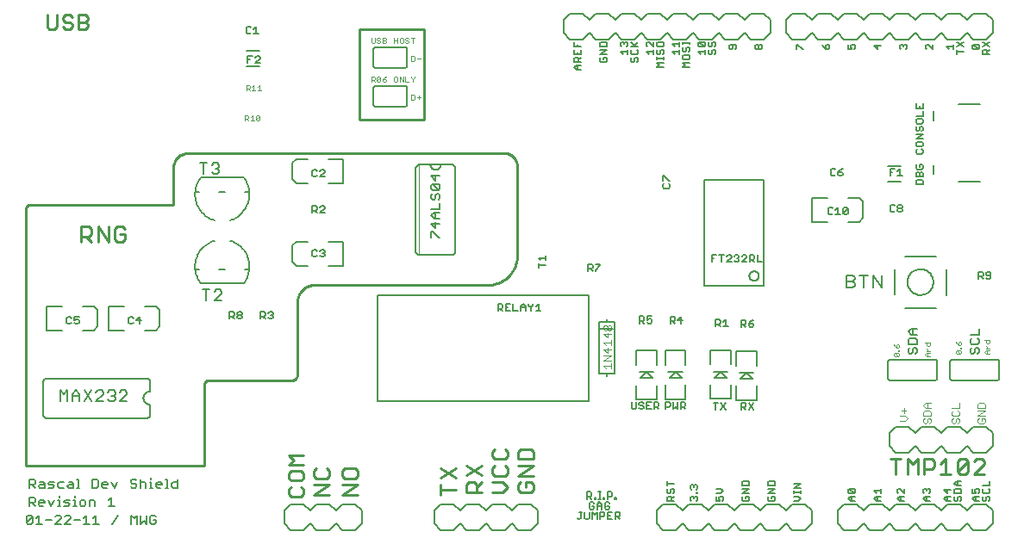
<source format=gto>
G75*
G70*
%OFA0B0*%
%FSLAX24Y24*%
%IPPOS*%
%LPD*%
%AMOC8*
5,1,8,0,0,1.08239X$1,22.5*
%
%ADD10C,0.0110*%
%ADD11C,0.0050*%
%ADD12C,0.0100*%
%ADD13C,0.0060*%
%ADD14C,0.0040*%
%ADD15C,0.0080*%
%ADD16C,0.0030*%
%ADD17C,0.0020*%
D10*
X011855Y002365D02*
X012446Y002759D01*
X011855Y002759D01*
X011954Y003010D02*
X012347Y003010D01*
X012446Y003108D01*
X012446Y003305D01*
X012347Y003403D01*
X011954Y003403D02*
X011855Y003305D01*
X011855Y003108D01*
X011954Y003010D01*
X011855Y002365D02*
X012446Y002365D01*
X012955Y002365D02*
X013546Y002759D01*
X012955Y002759D01*
X013054Y003010D02*
X013447Y003010D01*
X013546Y003108D01*
X013546Y003305D01*
X013447Y003403D01*
X013054Y003403D01*
X012955Y003305D01*
X012955Y003108D01*
X013054Y003010D01*
X012955Y002365D02*
X013546Y002365D01*
X016755Y002376D02*
X016755Y002770D01*
X016755Y002573D02*
X017346Y002573D01*
X017755Y002476D02*
X017755Y002771D01*
X017854Y002870D01*
X018051Y002870D01*
X018149Y002771D01*
X018149Y002476D01*
X018346Y002476D02*
X017755Y002476D01*
X018149Y002673D02*
X018346Y002870D01*
X018346Y003121D02*
X017755Y003514D01*
X017755Y003121D02*
X018346Y003514D01*
X018755Y003405D02*
X018755Y003208D01*
X018854Y003110D01*
X019247Y003110D01*
X019346Y003208D01*
X019346Y003405D01*
X019247Y003503D01*
X019247Y003754D02*
X019346Y003853D01*
X019346Y004049D01*
X019247Y004148D01*
X018854Y004148D02*
X018755Y004049D01*
X018755Y003853D01*
X018854Y003754D01*
X019247Y003754D01*
X018854Y003503D02*
X018755Y003405D01*
X018755Y002859D02*
X019149Y002859D01*
X019346Y002662D01*
X019149Y002465D01*
X018755Y002465D01*
X019755Y002563D02*
X019854Y002465D01*
X020247Y002465D01*
X020346Y002563D01*
X020346Y002760D01*
X020247Y002859D01*
X020051Y002859D01*
X020051Y002662D01*
X019854Y002859D02*
X019755Y002760D01*
X019755Y002563D01*
X019755Y003110D02*
X020346Y003503D01*
X019755Y003503D01*
X019755Y003754D02*
X019755Y004049D01*
X019854Y004148D01*
X020247Y004148D01*
X020346Y004049D01*
X020346Y003754D01*
X019755Y003754D01*
X019755Y003110D02*
X020346Y003110D01*
X017346Y003021D02*
X016755Y003414D01*
X016755Y003021D02*
X017346Y003414D01*
X004539Y012263D02*
X004440Y012165D01*
X004243Y012165D01*
X004145Y012263D01*
X004145Y012657D01*
X004243Y012756D01*
X004440Y012756D01*
X004539Y012657D01*
X004539Y012460D02*
X004342Y012460D01*
X004539Y012460D02*
X004539Y012263D01*
X003894Y012165D02*
X003894Y012756D01*
X003500Y012756D02*
X003894Y012165D01*
X003500Y012165D02*
X003500Y012756D01*
X003249Y012657D02*
X003249Y012460D01*
X003151Y012362D01*
X002856Y012362D01*
X003053Y012362D02*
X003249Y012165D01*
X002856Y012165D02*
X002856Y012756D01*
X003151Y012756D01*
X003249Y012657D01*
X034156Y003756D02*
X034549Y003756D01*
X034353Y003756D02*
X034353Y003165D01*
X034800Y003165D02*
X034800Y003756D01*
X034997Y003559D01*
X035194Y003756D01*
X035194Y003165D01*
X035445Y003165D02*
X035445Y003756D01*
X035740Y003756D01*
X035839Y003657D01*
X035839Y003460D01*
X035740Y003362D01*
X035445Y003362D01*
X036089Y003559D02*
X036286Y003756D01*
X036286Y003165D01*
X036089Y003165D02*
X036483Y003165D01*
X036734Y003263D02*
X037128Y003657D01*
X037128Y003263D01*
X037029Y003165D01*
X036832Y003165D01*
X036734Y003263D01*
X036734Y003657D01*
X036832Y003756D01*
X037029Y003756D01*
X037128Y003657D01*
X037378Y003657D02*
X037477Y003756D01*
X037674Y003756D01*
X037772Y003657D01*
X037772Y003559D01*
X037378Y003165D01*
X037772Y003165D01*
D11*
X037976Y002904D02*
X037976Y002724D01*
X037706Y002724D01*
X037751Y002610D02*
X037706Y002565D01*
X037706Y002475D01*
X037751Y002430D01*
X037931Y002430D01*
X037976Y002475D01*
X037976Y002565D01*
X037931Y002610D01*
X037931Y002315D02*
X037976Y002270D01*
X037976Y002180D01*
X037931Y002135D01*
X037841Y002180D02*
X037841Y002270D01*
X037886Y002315D01*
X037931Y002315D01*
X037841Y002180D02*
X037796Y002135D01*
X037751Y002135D01*
X037706Y002180D01*
X037706Y002270D01*
X037751Y002315D01*
X037576Y002315D02*
X037396Y002315D01*
X037306Y002225D01*
X037396Y002135D01*
X037576Y002135D01*
X037441Y002135D02*
X037441Y002315D01*
X037441Y002430D02*
X037396Y002520D01*
X037396Y002565D01*
X037441Y002610D01*
X037531Y002610D01*
X037576Y002565D01*
X037576Y002475D01*
X037531Y002430D01*
X037441Y002430D02*
X037306Y002430D01*
X037306Y002610D01*
X036876Y002565D02*
X036831Y002610D01*
X036651Y002610D01*
X036606Y002565D01*
X036606Y002430D01*
X036876Y002430D01*
X036876Y002565D01*
X036876Y002724D02*
X036696Y002724D01*
X036606Y002814D01*
X036696Y002904D01*
X036876Y002904D01*
X036741Y002904D02*
X036741Y002724D01*
X036476Y002565D02*
X036206Y002565D01*
X036341Y002430D01*
X036341Y002610D01*
X036341Y002315D02*
X036341Y002135D01*
X036296Y002135D02*
X036206Y002225D01*
X036296Y002315D01*
X036476Y002315D01*
X036606Y002270D02*
X036606Y002180D01*
X036651Y002135D01*
X036696Y002135D01*
X036741Y002180D01*
X036741Y002270D01*
X036786Y002315D01*
X036831Y002315D01*
X036876Y002270D01*
X036876Y002180D01*
X036831Y002135D01*
X036651Y002315D02*
X036606Y002270D01*
X036476Y002135D02*
X036296Y002135D01*
X035676Y002135D02*
X035496Y002135D01*
X035406Y002225D01*
X035496Y002315D01*
X035676Y002315D01*
X035631Y002430D02*
X035676Y002475D01*
X035676Y002565D01*
X035631Y002610D01*
X035586Y002610D01*
X035541Y002565D01*
X035541Y002520D01*
X035541Y002565D02*
X035496Y002610D01*
X035451Y002610D01*
X035406Y002565D01*
X035406Y002475D01*
X035451Y002430D01*
X035541Y002315D02*
X035541Y002135D01*
X034676Y002135D02*
X034496Y002135D01*
X034406Y002225D01*
X034496Y002315D01*
X034676Y002315D01*
X034676Y002430D02*
X034496Y002610D01*
X034451Y002610D01*
X034406Y002565D01*
X034406Y002475D01*
X034451Y002430D01*
X034541Y002315D02*
X034541Y002135D01*
X034676Y002430D02*
X034676Y002610D01*
X033776Y002610D02*
X033776Y002430D01*
X033776Y002520D02*
X033506Y002520D01*
X033596Y002430D01*
X033596Y002315D02*
X033776Y002315D01*
X033641Y002315D02*
X033641Y002135D01*
X033596Y002135D02*
X033506Y002225D01*
X033596Y002315D01*
X033596Y002135D02*
X033776Y002135D01*
X032776Y002135D02*
X032596Y002135D01*
X032506Y002225D01*
X032596Y002315D01*
X032776Y002315D01*
X032731Y002430D02*
X032551Y002610D01*
X032731Y002610D01*
X032776Y002565D01*
X032776Y002475D01*
X032731Y002430D01*
X032551Y002430D01*
X032506Y002475D01*
X032506Y002565D01*
X032551Y002610D01*
X032641Y002315D02*
X032641Y002135D01*
X030676Y002225D02*
X030586Y002135D01*
X030406Y002135D01*
X030406Y002315D02*
X030586Y002315D01*
X030676Y002225D01*
X030676Y002430D02*
X030676Y002520D01*
X030676Y002475D02*
X030406Y002475D01*
X030406Y002430D02*
X030406Y002520D01*
X030406Y002626D02*
X030676Y002806D01*
X030406Y002806D01*
X030406Y002626D02*
X030676Y002626D01*
X029676Y002610D02*
X029406Y002610D01*
X029406Y002724D02*
X029406Y002859D01*
X029451Y002904D01*
X029631Y002904D01*
X029676Y002859D01*
X029676Y002724D01*
X029406Y002724D01*
X029676Y002610D02*
X029406Y002430D01*
X029676Y002430D01*
X029631Y002315D02*
X029541Y002315D01*
X029541Y002225D01*
X029631Y002135D02*
X029676Y002180D01*
X029676Y002270D01*
X029631Y002315D01*
X029631Y002135D02*
X029451Y002135D01*
X029406Y002180D01*
X029406Y002270D01*
X029451Y002315D01*
X028676Y002270D02*
X028676Y002180D01*
X028631Y002135D01*
X028451Y002135D01*
X028406Y002180D01*
X028406Y002270D01*
X028451Y002315D01*
X028541Y002315D02*
X028541Y002225D01*
X028541Y002315D02*
X028631Y002315D01*
X028676Y002270D01*
X028676Y002430D02*
X028406Y002430D01*
X028676Y002610D01*
X028406Y002610D01*
X028406Y002724D02*
X028406Y002859D01*
X028451Y002904D01*
X028631Y002904D01*
X028676Y002859D01*
X028676Y002724D01*
X028406Y002724D01*
X027676Y002520D02*
X027586Y002610D01*
X027406Y002610D01*
X027406Y002430D02*
X027586Y002430D01*
X027676Y002520D01*
X027631Y002315D02*
X027676Y002270D01*
X027676Y002180D01*
X027631Y002135D01*
X027541Y002135D02*
X027496Y002225D01*
X027496Y002270D01*
X027541Y002315D01*
X027631Y002315D01*
X027541Y002135D02*
X027406Y002135D01*
X027406Y002315D01*
X026676Y002270D02*
X026676Y002180D01*
X026631Y002135D01*
X026541Y002225D02*
X026541Y002270D01*
X026586Y002315D01*
X026631Y002315D01*
X026676Y002270D01*
X026541Y002270D02*
X026496Y002315D01*
X026451Y002315D01*
X026406Y002270D01*
X026406Y002180D01*
X026451Y002135D01*
X025776Y002135D02*
X025506Y002135D01*
X025506Y002270D01*
X025551Y002315D01*
X025641Y002315D01*
X025686Y002270D01*
X025686Y002135D01*
X025686Y002225D02*
X025776Y002315D01*
X025731Y002430D02*
X025776Y002475D01*
X025776Y002565D01*
X025731Y002610D01*
X025686Y002610D01*
X025641Y002565D01*
X025641Y002475D01*
X025596Y002430D01*
X025551Y002430D01*
X025506Y002475D01*
X025506Y002565D01*
X025551Y002610D01*
X025506Y002724D02*
X025506Y002904D01*
X025506Y002814D02*
X025776Y002814D01*
X026406Y002712D02*
X026406Y002622D01*
X026451Y002577D01*
X026541Y002667D02*
X026541Y002712D01*
X026586Y002757D01*
X026631Y002757D01*
X026676Y002712D01*
X026676Y002622D01*
X026631Y002577D01*
X026631Y002475D02*
X026676Y002475D01*
X026676Y002430D01*
X026631Y002430D01*
X026631Y002475D01*
X026541Y002712D02*
X026496Y002757D01*
X026451Y002757D01*
X026406Y002712D01*
X023679Y001660D02*
X023679Y001570D01*
X023634Y001525D01*
X023499Y001525D01*
X023499Y001435D02*
X023499Y001705D01*
X023634Y001705D01*
X023679Y001660D01*
X023589Y001525D02*
X023679Y001435D01*
X023384Y001435D02*
X023204Y001435D01*
X023204Y001705D01*
X023384Y001705D01*
X023294Y001570D02*
X023204Y001570D01*
X023090Y001570D02*
X023045Y001525D01*
X022910Y001525D01*
X022910Y001435D02*
X022910Y001705D01*
X023045Y001705D01*
X023090Y001660D01*
X023090Y001570D01*
X023140Y001815D02*
X023230Y001815D01*
X023275Y001860D01*
X023275Y001950D01*
X023185Y001950D01*
X023095Y001860D02*
X023140Y001815D01*
X023095Y001860D02*
X023095Y002040D01*
X023140Y002085D01*
X023230Y002085D01*
X023275Y002040D01*
X023191Y002215D02*
X023191Y002485D01*
X023327Y002485D01*
X023372Y002440D01*
X023372Y002350D01*
X023327Y002305D01*
X023191Y002305D01*
X023089Y002260D02*
X023089Y002215D01*
X023044Y002215D01*
X023044Y002260D01*
X023089Y002260D01*
X022938Y002215D02*
X022848Y002215D01*
X022893Y002215D02*
X022893Y002485D01*
X022848Y002485D02*
X022938Y002485D01*
X022745Y002260D02*
X022745Y002215D01*
X022700Y002215D01*
X022700Y002260D01*
X022745Y002260D01*
X022586Y002215D02*
X022496Y002305D01*
X022541Y002305D02*
X022406Y002305D01*
X022406Y002215D02*
X022406Y002485D01*
X022541Y002485D01*
X022586Y002440D01*
X022586Y002350D01*
X022541Y002305D01*
X022551Y002085D02*
X022506Y002040D01*
X022506Y001860D01*
X022551Y001815D01*
X022641Y001815D01*
X022686Y001860D01*
X022686Y001950D01*
X022596Y001950D01*
X022686Y002040D02*
X022641Y002085D01*
X022551Y002085D01*
X022800Y001995D02*
X022890Y002085D01*
X022981Y001995D01*
X022981Y001815D01*
X022981Y001950D02*
X022800Y001950D01*
X022800Y001995D02*
X022800Y001815D01*
X022795Y001705D02*
X022795Y001435D01*
X022615Y001435D02*
X022615Y001705D01*
X022705Y001615D01*
X022795Y001705D01*
X022501Y001705D02*
X022501Y001480D01*
X022456Y001435D01*
X022365Y001435D01*
X022320Y001480D01*
X022320Y001705D01*
X022206Y001705D02*
X022116Y001705D01*
X022161Y001705D02*
X022161Y001480D01*
X022116Y001435D01*
X022071Y001435D01*
X022026Y001480D01*
X023486Y002215D02*
X023531Y002215D01*
X023531Y002260D01*
X023486Y002260D01*
X023486Y002215D01*
X024171Y005685D02*
X024261Y005685D01*
X024306Y005730D01*
X024306Y005955D01*
X024420Y005910D02*
X024420Y005865D01*
X024465Y005820D01*
X024556Y005820D01*
X024601Y005775D01*
X024601Y005730D01*
X024556Y005685D01*
X024465Y005685D01*
X024420Y005730D01*
X024420Y005910D02*
X024465Y005955D01*
X024556Y005955D01*
X024601Y005910D01*
X024715Y005955D02*
X024715Y005685D01*
X024895Y005685D01*
X025010Y005685D02*
X025010Y005955D01*
X025145Y005955D01*
X025190Y005910D01*
X025190Y005820D01*
X025145Y005775D01*
X025010Y005775D01*
X025100Y005775D02*
X025190Y005685D01*
X025446Y005685D02*
X025446Y005955D01*
X025581Y005955D01*
X025626Y005910D01*
X025626Y005820D01*
X025581Y005775D01*
X025446Y005775D01*
X025740Y005685D02*
X025830Y005775D01*
X025921Y005685D01*
X025921Y005955D01*
X026035Y005955D02*
X026170Y005955D01*
X026215Y005910D01*
X026215Y005820D01*
X026170Y005775D01*
X026035Y005775D01*
X026035Y005685D02*
X026035Y005955D01*
X026125Y005775D02*
X026215Y005685D01*
X025740Y005685D02*
X025740Y005955D01*
X024895Y005955D02*
X024715Y005955D01*
X024715Y005820D02*
X024805Y005820D01*
X024171Y005685D02*
X024126Y005730D01*
X024126Y005955D01*
X022474Y006009D02*
X014305Y006009D01*
X014305Y010103D01*
X022474Y010103D01*
X022474Y006009D01*
X027296Y005935D02*
X027476Y005935D01*
X027386Y005935D02*
X027386Y005665D01*
X027590Y005665D02*
X027771Y005935D01*
X027590Y005935D02*
X027771Y005665D01*
X028366Y005675D02*
X028366Y005945D01*
X028501Y005945D01*
X028546Y005900D01*
X028546Y005810D01*
X028501Y005765D01*
X028366Y005765D01*
X028456Y005765D02*
X028546Y005675D01*
X028660Y005675D02*
X028841Y005945D01*
X028660Y005945D02*
X028841Y005675D01*
X028796Y008875D02*
X028841Y008920D01*
X028841Y008965D01*
X028796Y009010D01*
X028660Y009010D01*
X028660Y008920D01*
X028705Y008875D01*
X028796Y008875D01*
X028660Y009010D02*
X028750Y009100D01*
X028841Y009145D01*
X028546Y009100D02*
X028546Y009010D01*
X028501Y008965D01*
X028366Y008965D01*
X028456Y008965D02*
X028546Y008875D01*
X028366Y008875D02*
X028366Y009145D01*
X028501Y009145D01*
X028546Y009100D01*
X027861Y008885D02*
X027680Y008885D01*
X027770Y008885D02*
X027770Y009155D01*
X027680Y009065D01*
X027566Y009020D02*
X027521Y008975D01*
X027386Y008975D01*
X027476Y008975D02*
X027566Y008885D01*
X027566Y009020D02*
X027566Y009110D01*
X027521Y009155D01*
X027386Y009155D01*
X027386Y008885D01*
X026101Y009140D02*
X025920Y009140D01*
X026056Y009275D01*
X026056Y009005D01*
X025806Y009005D02*
X025716Y009095D01*
X025761Y009095D02*
X025626Y009095D01*
X025626Y009005D02*
X025626Y009275D01*
X025761Y009275D01*
X025806Y009230D01*
X025806Y009140D01*
X025761Y009095D01*
X024911Y009060D02*
X024866Y009015D01*
X024776Y009015D01*
X024731Y009060D01*
X024731Y009150D02*
X024821Y009195D01*
X024866Y009195D01*
X024911Y009150D01*
X024911Y009060D01*
X024731Y009150D02*
X024731Y009285D01*
X024911Y009285D01*
X024617Y009240D02*
X024617Y009150D01*
X024572Y009105D01*
X024436Y009105D01*
X024436Y009015D02*
X024436Y009285D01*
X024572Y009285D01*
X024617Y009240D01*
X024527Y009105D02*
X024617Y009015D01*
X022740Y011035D02*
X022740Y011080D01*
X022921Y011260D01*
X022921Y011305D01*
X022740Y011305D01*
X022626Y011260D02*
X022626Y011170D01*
X022581Y011125D01*
X022446Y011125D01*
X022536Y011125D02*
X022626Y011035D01*
X022446Y011035D02*
X022446Y011305D01*
X022581Y011305D01*
X022626Y011260D01*
X020796Y011256D02*
X020526Y011256D01*
X020526Y011166D02*
X020526Y011346D01*
X020616Y011460D02*
X020526Y011550D01*
X020796Y011550D01*
X020796Y011460D02*
X020796Y011641D01*
X020529Y009755D02*
X020439Y009665D01*
X020324Y009710D02*
X020324Y009755D01*
X020324Y009710D02*
X020234Y009620D01*
X020234Y009485D01*
X020234Y009620D02*
X020144Y009710D01*
X020144Y009755D01*
X020030Y009665D02*
X020030Y009485D01*
X020030Y009620D02*
X019850Y009620D01*
X019850Y009665D02*
X019850Y009485D01*
X019735Y009485D02*
X019555Y009485D01*
X019555Y009755D01*
X019441Y009755D02*
X019260Y009755D01*
X019260Y009485D01*
X019441Y009485D01*
X019350Y009620D02*
X019260Y009620D01*
X019146Y009620D02*
X019146Y009710D01*
X019101Y009755D01*
X018966Y009755D01*
X018966Y009485D01*
X018966Y009575D02*
X019101Y009575D01*
X019146Y009620D01*
X019056Y009575D02*
X019146Y009485D01*
X019850Y009665D02*
X019940Y009755D01*
X020030Y009665D01*
X020439Y009485D02*
X020619Y009485D01*
X020529Y009485D02*
X020529Y009755D01*
X027226Y011385D02*
X027226Y011655D01*
X027406Y011655D01*
X027520Y011655D02*
X027701Y011655D01*
X027610Y011655D02*
X027610Y011385D01*
X027815Y011385D02*
X027995Y011565D01*
X027995Y011610D01*
X027950Y011655D01*
X027860Y011655D01*
X027815Y011610D01*
X027815Y011385D02*
X027995Y011385D01*
X028110Y011430D02*
X028155Y011385D01*
X028245Y011385D01*
X028290Y011430D01*
X028290Y011475D01*
X028245Y011520D01*
X028200Y011520D01*
X028245Y011520D02*
X028290Y011565D01*
X028290Y011610D01*
X028245Y011655D01*
X028155Y011655D01*
X028110Y011610D01*
X028404Y011610D02*
X028449Y011655D01*
X028539Y011655D01*
X028584Y011610D01*
X028584Y011565D01*
X028404Y011385D01*
X028584Y011385D01*
X028699Y011385D02*
X028699Y011655D01*
X028834Y011655D01*
X028879Y011610D01*
X028879Y011520D01*
X028834Y011475D01*
X028699Y011475D01*
X028789Y011475D02*
X028879Y011385D01*
X028994Y011385D02*
X029174Y011385D01*
X028994Y011385D02*
X028994Y011655D01*
X027316Y011520D02*
X027226Y011520D01*
X031726Y013280D02*
X031771Y013235D01*
X031861Y013235D01*
X031906Y013280D01*
X032020Y013235D02*
X032201Y013235D01*
X032110Y013235D02*
X032110Y013505D01*
X032020Y013415D01*
X031906Y013460D02*
X031861Y013505D01*
X031771Y013505D01*
X031726Y013460D01*
X031726Y013280D01*
X032315Y013280D02*
X032315Y013460D01*
X032360Y013505D01*
X032450Y013505D01*
X032495Y013460D01*
X032315Y013280D01*
X032360Y013235D01*
X032450Y013235D01*
X032495Y013280D01*
X032495Y013460D01*
X034126Y013380D02*
X034171Y013335D01*
X034261Y013335D01*
X034306Y013380D01*
X034420Y013380D02*
X034420Y013425D01*
X034465Y013470D01*
X034556Y013470D01*
X034601Y013425D01*
X034601Y013380D01*
X034556Y013335D01*
X034465Y013335D01*
X034420Y013380D01*
X034465Y013470D02*
X034420Y013515D01*
X034420Y013560D01*
X034465Y013605D01*
X034556Y013605D01*
X034601Y013560D01*
X034601Y013515D01*
X034556Y013470D01*
X034306Y013560D02*
X034261Y013605D01*
X034171Y013605D01*
X034126Y013560D01*
X034126Y013380D01*
X035126Y014394D02*
X035126Y014529D01*
X035171Y014574D01*
X035351Y014574D01*
X035396Y014529D01*
X035396Y014394D01*
X035126Y014394D01*
X035126Y014689D02*
X035126Y014824D01*
X035171Y014869D01*
X035216Y014869D01*
X035261Y014824D01*
X035261Y014689D01*
X035261Y014824D02*
X035306Y014869D01*
X035351Y014869D01*
X035396Y014824D01*
X035396Y014689D01*
X035126Y014689D01*
X035171Y014983D02*
X035351Y014983D01*
X035396Y015028D01*
X035396Y015118D01*
X035351Y015163D01*
X035261Y015163D01*
X035261Y015073D01*
X035171Y014983D02*
X035126Y015028D01*
X035126Y015118D01*
X035171Y015163D01*
X034510Y015005D02*
X034510Y014735D01*
X034420Y014735D02*
X034601Y014735D01*
X034420Y014915D02*
X034510Y015005D01*
X034306Y015005D02*
X034126Y015005D01*
X034126Y014735D01*
X034126Y014870D02*
X034216Y014870D01*
X035126Y015618D02*
X035171Y015573D01*
X035351Y015573D01*
X035396Y015618D01*
X035396Y015708D01*
X035351Y015753D01*
X035351Y015867D02*
X035171Y015867D01*
X035126Y015912D01*
X035126Y016002D01*
X035171Y016047D01*
X035351Y016047D01*
X035396Y016002D01*
X035396Y015912D01*
X035351Y015867D01*
X035171Y015753D02*
X035126Y015708D01*
X035126Y015618D01*
X035126Y016162D02*
X035396Y016342D01*
X035126Y016342D01*
X035171Y016456D02*
X035216Y016456D01*
X035261Y016501D01*
X035261Y016592D01*
X035306Y016637D01*
X035351Y016637D01*
X035396Y016592D01*
X035396Y016501D01*
X035351Y016456D01*
X035171Y016456D02*
X035126Y016501D01*
X035126Y016592D01*
X035171Y016637D01*
X035171Y016751D02*
X035351Y016751D01*
X035396Y016796D01*
X035396Y016886D01*
X035351Y016931D01*
X035171Y016931D01*
X035126Y016886D01*
X035126Y016796D01*
X035171Y016751D01*
X035126Y017046D02*
X035396Y017046D01*
X035396Y017226D01*
X035396Y017340D02*
X035126Y017340D01*
X035126Y017521D01*
X035261Y017430D02*
X035261Y017340D01*
X035396Y017340D02*
X035396Y017521D01*
X035396Y016162D02*
X035126Y016162D01*
X032301Y015005D02*
X032210Y014960D01*
X032120Y014870D01*
X032256Y014870D01*
X032301Y014825D01*
X032301Y014780D01*
X032256Y014735D01*
X032165Y014735D01*
X032120Y014780D01*
X032120Y014870D01*
X032006Y014780D02*
X031961Y014735D01*
X031871Y014735D01*
X031826Y014780D01*
X031826Y014960D01*
X031871Y015005D01*
X031961Y015005D01*
X032006Y014960D01*
X025606Y014540D02*
X025561Y014540D01*
X025381Y014721D01*
X025336Y014721D01*
X025336Y014540D01*
X025381Y014426D02*
X025336Y014381D01*
X025336Y014291D01*
X025381Y014246D01*
X025561Y014246D01*
X025606Y014291D01*
X025606Y014381D01*
X025561Y014426D01*
X025376Y018935D02*
X025106Y018935D01*
X025196Y019025D01*
X025106Y019115D01*
X025376Y019115D01*
X025376Y019230D02*
X025376Y019320D01*
X025376Y019275D02*
X025106Y019275D01*
X025106Y019230D02*
X025106Y019320D01*
X025151Y019426D02*
X025196Y019426D01*
X025241Y019471D01*
X025241Y019561D01*
X025286Y019606D01*
X025331Y019606D01*
X025376Y019561D01*
X025376Y019471D01*
X025331Y019426D01*
X025151Y019426D02*
X025106Y019471D01*
X025106Y019561D01*
X025151Y019606D01*
X025151Y019721D02*
X025331Y019721D01*
X025376Y019766D01*
X025376Y019856D01*
X025331Y019901D01*
X025151Y019901D01*
X025106Y019856D01*
X025106Y019766D01*
X025151Y019721D01*
X024976Y019730D02*
X024796Y019910D01*
X024751Y019910D01*
X024706Y019865D01*
X024706Y019775D01*
X024751Y019730D01*
X024706Y019525D02*
X024976Y019525D01*
X024976Y019435D02*
X024976Y019615D01*
X024976Y019730D02*
X024976Y019910D01*
X024706Y019525D02*
X024796Y019435D01*
X024376Y019475D02*
X024376Y019565D01*
X024331Y019610D01*
X024376Y019724D02*
X024106Y019724D01*
X024151Y019610D02*
X024106Y019565D01*
X024106Y019475D01*
X024151Y019430D01*
X024331Y019430D01*
X024376Y019475D01*
X024331Y019315D02*
X024376Y019270D01*
X024376Y019180D01*
X024331Y019135D01*
X024241Y019180D02*
X024241Y019270D01*
X024286Y019315D01*
X024331Y019315D01*
X024241Y019180D02*
X024196Y019135D01*
X024151Y019135D01*
X024106Y019180D01*
X024106Y019270D01*
X024151Y019315D01*
X023976Y019435D02*
X023976Y019615D01*
X023976Y019525D02*
X023706Y019525D01*
X023796Y019435D01*
X023751Y019730D02*
X023706Y019775D01*
X023706Y019865D01*
X023751Y019910D01*
X023796Y019910D01*
X023841Y019865D01*
X023886Y019910D01*
X023931Y019910D01*
X023976Y019865D01*
X023976Y019775D01*
X023931Y019730D01*
X023841Y019820D02*
X023841Y019865D01*
X024106Y019904D02*
X024286Y019724D01*
X024241Y019769D02*
X024376Y019904D01*
X023176Y019859D02*
X023131Y019904D01*
X022951Y019904D01*
X022906Y019859D01*
X022906Y019724D01*
X023176Y019724D01*
X023176Y019859D01*
X023176Y019610D02*
X022906Y019610D01*
X022906Y019430D02*
X023176Y019610D01*
X023176Y019430D02*
X022906Y019430D01*
X022951Y019315D02*
X022906Y019270D01*
X022906Y019180D01*
X022951Y019135D01*
X023131Y019135D01*
X023176Y019180D01*
X023176Y019270D01*
X023131Y019315D01*
X023041Y019315D01*
X023041Y019225D01*
X022176Y019310D02*
X022086Y019220D01*
X022086Y019265D02*
X022086Y019130D01*
X022176Y019130D02*
X021906Y019130D01*
X021906Y019265D01*
X021951Y019310D01*
X022041Y019310D01*
X022086Y019265D01*
X022041Y019424D02*
X022041Y019514D01*
X021906Y019424D02*
X022176Y019424D01*
X022176Y019604D01*
X022176Y019719D02*
X021906Y019719D01*
X021906Y019899D01*
X022041Y019809D02*
X022041Y019719D01*
X021906Y019604D02*
X021906Y019424D01*
X021996Y019015D02*
X022176Y019015D01*
X022041Y019015D02*
X022041Y018835D01*
X021996Y018835D02*
X021906Y018925D01*
X021996Y019015D01*
X021996Y018835D02*
X022176Y018835D01*
X025706Y019525D02*
X025796Y019435D01*
X025706Y019525D02*
X025976Y019525D01*
X025976Y019435D02*
X025976Y019615D01*
X025976Y019730D02*
X025976Y019910D01*
X025976Y019820D02*
X025706Y019820D01*
X025796Y019730D01*
X026106Y019659D02*
X026106Y019569D01*
X026151Y019524D01*
X026196Y019524D01*
X026241Y019569D01*
X026241Y019659D01*
X026286Y019704D01*
X026331Y019704D01*
X026376Y019659D01*
X026376Y019569D01*
X026331Y019524D01*
X026331Y019410D02*
X026151Y019410D01*
X026106Y019365D01*
X026106Y019275D01*
X026151Y019230D01*
X026331Y019230D01*
X026376Y019275D01*
X026376Y019365D01*
X026331Y019410D01*
X026376Y019115D02*
X026106Y019115D01*
X026196Y019025D01*
X026106Y018935D01*
X026376Y018935D01*
X026796Y019435D02*
X026706Y019525D01*
X026976Y019525D01*
X026976Y019435D02*
X026976Y019615D01*
X026931Y019730D02*
X026751Y019910D01*
X026931Y019910D01*
X026976Y019865D01*
X026976Y019775D01*
X026931Y019730D01*
X026751Y019730D01*
X026706Y019775D01*
X026706Y019865D01*
X026751Y019910D01*
X027106Y019865D02*
X027106Y019775D01*
X027151Y019730D01*
X027196Y019730D01*
X027241Y019775D01*
X027241Y019865D01*
X027286Y019910D01*
X027331Y019910D01*
X027376Y019865D01*
X027376Y019775D01*
X027331Y019730D01*
X027331Y019615D02*
X027376Y019570D01*
X027376Y019480D01*
X027331Y019435D01*
X027241Y019480D02*
X027241Y019570D01*
X027286Y019615D01*
X027331Y019615D01*
X027241Y019480D02*
X027196Y019435D01*
X027151Y019435D01*
X027106Y019480D01*
X027106Y019570D01*
X027151Y019615D01*
X027106Y019865D02*
X027151Y019910D01*
X027906Y019770D02*
X027906Y019680D01*
X027951Y019635D01*
X027996Y019635D01*
X028041Y019680D01*
X028041Y019815D01*
X028131Y019815D02*
X027951Y019815D01*
X027906Y019770D01*
X028131Y019815D02*
X028176Y019770D01*
X028176Y019680D01*
X028131Y019635D01*
X028906Y019680D02*
X028906Y019770D01*
X028951Y019815D01*
X028996Y019815D01*
X029041Y019770D01*
X029041Y019680D01*
X028996Y019635D01*
X028951Y019635D01*
X028906Y019680D01*
X029041Y019680D02*
X029086Y019635D01*
X029131Y019635D01*
X029176Y019680D01*
X029176Y019770D01*
X029131Y019815D01*
X029086Y019815D01*
X029041Y019770D01*
X030506Y019815D02*
X030506Y019635D01*
X030506Y019815D02*
X030551Y019815D01*
X030731Y019635D01*
X030776Y019635D01*
X031506Y019815D02*
X031551Y019725D01*
X031641Y019635D01*
X031641Y019770D01*
X031686Y019815D01*
X031731Y019815D01*
X031776Y019770D01*
X031776Y019680D01*
X031731Y019635D01*
X031641Y019635D01*
X032506Y019635D02*
X032641Y019635D01*
X032596Y019725D01*
X032596Y019770D01*
X032641Y019815D01*
X032731Y019815D01*
X032776Y019770D01*
X032776Y019680D01*
X032731Y019635D01*
X032506Y019635D02*
X032506Y019815D01*
X033506Y019770D02*
X033641Y019635D01*
X033641Y019815D01*
X033776Y019770D02*
X033506Y019770D01*
X034506Y019770D02*
X034506Y019680D01*
X034551Y019635D01*
X034641Y019725D02*
X034641Y019770D01*
X034686Y019815D01*
X034731Y019815D01*
X034776Y019770D01*
X034776Y019680D01*
X034731Y019635D01*
X034641Y019770D02*
X034596Y019815D01*
X034551Y019815D01*
X034506Y019770D01*
X035506Y019770D02*
X035506Y019680D01*
X035551Y019635D01*
X035506Y019770D02*
X035551Y019815D01*
X035596Y019815D01*
X035776Y019635D01*
X035776Y019815D01*
X036306Y019725D02*
X036396Y019635D01*
X036306Y019725D02*
X036576Y019725D01*
X036576Y019635D02*
X036576Y019815D01*
X036706Y019730D02*
X036976Y019910D01*
X036976Y019730D02*
X036706Y019910D01*
X036706Y019615D02*
X036706Y019435D01*
X036706Y019525D02*
X036976Y019525D01*
X037306Y019680D02*
X037306Y019770D01*
X037351Y019815D01*
X037531Y019635D01*
X037576Y019680D01*
X037576Y019770D01*
X037531Y019815D01*
X037351Y019815D01*
X037306Y019680D02*
X037351Y019635D01*
X037531Y019635D01*
X037706Y019570D02*
X037706Y019435D01*
X037976Y019435D01*
X037886Y019435D02*
X037886Y019570D01*
X037841Y019615D01*
X037751Y019615D01*
X037706Y019570D01*
X037706Y019730D02*
X037976Y019910D01*
X037976Y019730D02*
X037706Y019910D01*
X037976Y019615D02*
X037886Y019525D01*
X026376Y019819D02*
X026376Y019909D01*
X026376Y019864D02*
X026106Y019864D01*
X026106Y019819D02*
X026106Y019909D01*
X026151Y019704D02*
X026106Y019659D01*
X012261Y014910D02*
X012261Y014865D01*
X012080Y014685D01*
X012261Y014685D01*
X012261Y014910D02*
X012216Y014955D01*
X012125Y014955D01*
X012080Y014910D01*
X011966Y014910D02*
X011921Y014955D01*
X011831Y014955D01*
X011786Y014910D01*
X011786Y014730D01*
X011831Y014685D01*
X011921Y014685D01*
X011966Y014730D01*
X011921Y013555D02*
X011966Y013510D01*
X011966Y013420D01*
X011921Y013375D01*
X011786Y013375D01*
X011876Y013375D02*
X011966Y013285D01*
X012080Y013285D02*
X012261Y013465D01*
X012261Y013510D01*
X012216Y013555D01*
X012125Y013555D01*
X012080Y013510D01*
X011921Y013555D02*
X011786Y013555D01*
X011786Y013285D01*
X012080Y013285D02*
X012261Y013285D01*
X012216Y011855D02*
X012261Y011810D01*
X012261Y011765D01*
X012216Y011720D01*
X012261Y011675D01*
X012261Y011630D01*
X012216Y011585D01*
X012125Y011585D01*
X012080Y011630D01*
X011966Y011630D02*
X011921Y011585D01*
X011831Y011585D01*
X011786Y011630D01*
X011786Y011810D01*
X011831Y011855D01*
X011921Y011855D01*
X011966Y011810D01*
X012080Y011810D02*
X012125Y011855D01*
X012216Y011855D01*
X012216Y011720D02*
X012170Y011720D01*
X009346Y011110D02*
X009188Y011110D01*
X009125Y010560D02*
X007476Y010560D01*
X007414Y011110D02*
X007256Y011110D01*
X008188Y011110D02*
X008414Y011110D01*
X007476Y010560D02*
X007441Y010608D01*
X007408Y010658D01*
X007377Y010710D01*
X007350Y010764D01*
X007326Y010819D01*
X007306Y010876D01*
X007288Y010933D01*
X007274Y010991D01*
X007263Y011050D01*
X007256Y011110D01*
X008611Y012213D02*
X008671Y012193D01*
X008730Y012169D01*
X008787Y012141D01*
X008842Y012110D01*
X008896Y012075D01*
X008947Y012038D01*
X008996Y011997D01*
X009042Y011953D01*
X009086Y011907D01*
X009127Y011858D01*
X009165Y011807D01*
X009199Y011754D01*
X009231Y011698D01*
X009258Y011641D01*
X009283Y011582D01*
X009303Y011522D01*
X009321Y011461D01*
X009334Y011399D01*
X009343Y011336D01*
X009349Y011273D01*
X009351Y011209D01*
X009349Y011145D01*
X009343Y011082D01*
X009334Y011019D01*
X009320Y010957D01*
X009303Y010896D01*
X009282Y010836D01*
X009258Y010777D01*
X009230Y010720D01*
X009198Y010664D01*
X009163Y010611D01*
X009126Y010560D01*
X007256Y011110D02*
X007252Y011172D01*
X007251Y011235D01*
X007255Y011297D01*
X007262Y011359D01*
X007272Y011420D01*
X007287Y011481D01*
X007305Y011541D01*
X007326Y011600D01*
X007351Y011657D01*
X007379Y011712D01*
X007410Y011766D01*
X007445Y011818D01*
X007483Y011868D01*
X007523Y011915D01*
X007567Y011960D01*
X007612Y012003D01*
X007661Y012042D01*
X007711Y012079D01*
X007764Y012112D01*
X007818Y012143D01*
X007875Y012170D01*
X007932Y012193D01*
X007991Y012213D01*
X007991Y013007D02*
X007931Y013027D01*
X007872Y013051D01*
X007815Y013079D01*
X007760Y013110D01*
X007706Y013145D01*
X007655Y013182D01*
X007606Y013223D01*
X007560Y013267D01*
X007516Y013313D01*
X007475Y013362D01*
X007437Y013413D01*
X007403Y013466D01*
X007371Y013522D01*
X007344Y013579D01*
X007319Y013638D01*
X007299Y013698D01*
X007281Y013759D01*
X007268Y013821D01*
X007259Y013884D01*
X007253Y013947D01*
X007251Y014011D01*
X007253Y014075D01*
X007259Y014138D01*
X007268Y014201D01*
X007282Y014263D01*
X007299Y014324D01*
X007320Y014384D01*
X007344Y014443D01*
X007372Y014500D01*
X007404Y014556D01*
X007439Y014609D01*
X007476Y014660D01*
X009125Y014660D01*
X009188Y014110D02*
X009346Y014110D01*
X008414Y014110D02*
X008188Y014110D01*
X009126Y014660D02*
X009161Y014612D01*
X009194Y014562D01*
X009225Y014510D01*
X009252Y014456D01*
X009276Y014401D01*
X009296Y014344D01*
X009314Y014287D01*
X009328Y014229D01*
X009339Y014170D01*
X009346Y014110D01*
X009350Y014048D01*
X009351Y013985D01*
X009347Y013923D01*
X009340Y013861D01*
X009330Y013800D01*
X009315Y013739D01*
X009297Y013679D01*
X009276Y013620D01*
X009251Y013563D01*
X009223Y013508D01*
X009192Y013454D01*
X009157Y013402D01*
X009119Y013352D01*
X009079Y013305D01*
X009035Y013260D01*
X008990Y013217D01*
X008941Y013178D01*
X008891Y013141D01*
X008838Y013108D01*
X008784Y013077D01*
X008727Y013050D01*
X008670Y013027D01*
X008611Y013007D01*
X007414Y014110D02*
X007256Y014110D01*
X008586Y009455D02*
X008721Y009455D01*
X008766Y009410D01*
X008766Y009320D01*
X008721Y009275D01*
X008586Y009275D01*
X008676Y009275D02*
X008766Y009185D01*
X008880Y009230D02*
X008880Y009275D01*
X008925Y009320D01*
X009016Y009320D01*
X009061Y009275D01*
X009061Y009230D01*
X009016Y009185D01*
X008925Y009185D01*
X008880Y009230D01*
X008925Y009320D02*
X008880Y009365D01*
X008880Y009410D01*
X008925Y009455D01*
X009016Y009455D01*
X009061Y009410D01*
X009061Y009365D01*
X009016Y009320D01*
X008586Y009185D02*
X008586Y009455D01*
X009786Y009455D02*
X009786Y009185D01*
X009786Y009275D02*
X009921Y009275D01*
X009966Y009320D01*
X009966Y009410D01*
X009921Y009455D01*
X009786Y009455D01*
X009876Y009275D02*
X009966Y009185D01*
X010080Y009230D02*
X010125Y009185D01*
X010216Y009185D01*
X010261Y009230D01*
X010261Y009275D01*
X010216Y009320D01*
X010170Y009320D01*
X010216Y009320D02*
X010261Y009365D01*
X010261Y009410D01*
X010216Y009455D01*
X010125Y009455D01*
X010080Y009410D01*
X005161Y009120D02*
X004980Y009120D01*
X005116Y009255D01*
X005116Y008985D01*
X004866Y009030D02*
X004821Y008985D01*
X004731Y008985D01*
X004686Y009030D01*
X004686Y009210D01*
X004731Y009255D01*
X004821Y009255D01*
X004866Y009210D01*
X002761Y009255D02*
X002580Y009255D01*
X002580Y009120D01*
X002670Y009165D01*
X002716Y009165D01*
X002761Y009120D01*
X002761Y009030D01*
X002716Y008985D01*
X002625Y008985D01*
X002580Y009030D01*
X002466Y009030D02*
X002421Y008985D01*
X002331Y008985D01*
X002286Y009030D01*
X002286Y009210D01*
X002331Y009255D01*
X002421Y009255D01*
X002466Y009210D01*
X009286Y019085D02*
X009286Y019355D01*
X009466Y019355D01*
X009580Y019310D02*
X009625Y019355D01*
X009716Y019355D01*
X009761Y019310D01*
X009761Y019265D01*
X009580Y019085D01*
X009761Y019085D01*
X009376Y019220D02*
X009286Y019220D01*
X009271Y020235D02*
X009361Y020235D01*
X009406Y020280D01*
X009520Y020235D02*
X009701Y020235D01*
X009610Y020235D02*
X009610Y020505D01*
X009520Y020415D01*
X009406Y020460D02*
X009361Y020505D01*
X009271Y020505D01*
X009226Y020460D01*
X009226Y020280D01*
X009271Y020235D01*
X037546Y011005D02*
X037546Y010735D01*
X037546Y010825D02*
X037681Y010825D01*
X037726Y010870D01*
X037726Y010960D01*
X037681Y011005D01*
X037546Y011005D01*
X037636Y010825D02*
X037726Y010735D01*
X037840Y010780D02*
X037885Y010735D01*
X037976Y010735D01*
X038021Y010780D01*
X038021Y010960D01*
X037976Y011005D01*
X037885Y011005D01*
X037840Y010960D01*
X037840Y010915D01*
X037885Y010870D01*
X038021Y010870D01*
D12*
X019701Y011610D02*
X019701Y015110D01*
X019699Y015154D01*
X019693Y015197D01*
X019684Y015239D01*
X019671Y015281D01*
X019654Y015321D01*
X019634Y015360D01*
X019611Y015397D01*
X019584Y015431D01*
X019555Y015464D01*
X019522Y015493D01*
X019488Y015520D01*
X019451Y015543D01*
X019412Y015563D01*
X019372Y015580D01*
X019330Y015593D01*
X019288Y015602D01*
X019245Y015608D01*
X019201Y015610D01*
X007001Y015610D01*
X006954Y015608D01*
X006907Y015603D01*
X006861Y015593D01*
X006816Y015581D01*
X006771Y015564D01*
X006729Y015545D01*
X006688Y015522D01*
X006648Y015495D01*
X006611Y015466D01*
X006577Y015434D01*
X006545Y015400D01*
X006516Y015363D01*
X006489Y015323D01*
X006466Y015282D01*
X006447Y015240D01*
X006430Y015195D01*
X006418Y015150D01*
X006408Y015104D01*
X006403Y015057D01*
X006401Y015010D01*
X006401Y013610D01*
X000801Y013610D01*
X000701Y013510D01*
X000701Y003510D01*
X007601Y003510D01*
X007601Y006710D01*
X007701Y006810D01*
X011001Y006810D01*
X011027Y006812D01*
X011053Y006817D01*
X011078Y006825D01*
X011101Y006837D01*
X011123Y006851D01*
X011142Y006869D01*
X011160Y006888D01*
X011174Y006910D01*
X011186Y006933D01*
X011194Y006958D01*
X011199Y006984D01*
X011201Y007010D01*
X011201Y009810D01*
X011203Y009860D01*
X011208Y009910D01*
X011217Y009959D01*
X011229Y010007D01*
X011245Y010055D01*
X011264Y010101D01*
X011287Y010145D01*
X011312Y010188D01*
X011341Y010229D01*
X011372Y010268D01*
X011406Y010305D01*
X011443Y010339D01*
X011482Y010370D01*
X011523Y010399D01*
X011566Y010424D01*
X011610Y010447D01*
X011656Y010466D01*
X011704Y010482D01*
X011752Y010494D01*
X011801Y010503D01*
X011851Y010508D01*
X011901Y010510D01*
X018601Y010510D01*
X018665Y010512D01*
X018729Y010517D01*
X018792Y010527D01*
X018855Y010540D01*
X018916Y010556D01*
X018977Y010576D01*
X019037Y010600D01*
X019095Y010627D01*
X019151Y010657D01*
X019205Y010691D01*
X019258Y010728D01*
X019308Y010767D01*
X019356Y010810D01*
X019401Y010855D01*
X019444Y010903D01*
X019483Y010953D01*
X019520Y011006D01*
X019554Y011060D01*
X019584Y011116D01*
X019611Y011174D01*
X019635Y011234D01*
X019655Y011295D01*
X019671Y011356D01*
X019684Y011419D01*
X019694Y011482D01*
X019699Y011546D01*
X019701Y011610D01*
X016101Y016910D02*
X013601Y016910D01*
X013601Y020410D01*
X016101Y020410D01*
X016101Y016910D01*
X003117Y020493D02*
X003023Y020400D01*
X002743Y020400D01*
X002743Y020961D01*
X003023Y020961D01*
X003117Y020867D01*
X003117Y020774D01*
X003023Y020680D01*
X002743Y020680D01*
X002509Y020587D02*
X002509Y020493D01*
X002416Y020400D01*
X002229Y020400D01*
X002135Y020493D01*
X002229Y020680D02*
X002416Y020680D01*
X002509Y020587D01*
X002509Y020867D02*
X002416Y020961D01*
X002229Y020961D01*
X002135Y020867D01*
X002135Y020774D01*
X002229Y020680D01*
X001901Y020493D02*
X001901Y020961D01*
X001528Y020961D02*
X001528Y020493D01*
X001621Y020400D01*
X001808Y020400D01*
X001901Y020493D01*
X003023Y020680D02*
X003117Y020587D01*
X003117Y020493D01*
X010890Y003899D02*
X011451Y003899D01*
X011451Y003526D02*
X010890Y003526D01*
X011077Y003712D01*
X010890Y003899D01*
X010984Y003291D02*
X010890Y003198D01*
X010890Y003011D01*
X010984Y002918D01*
X011357Y002918D01*
X011451Y003011D01*
X011451Y003198D01*
X011357Y003291D01*
X010984Y003291D01*
X010984Y002684D02*
X010890Y002590D01*
X010890Y002403D01*
X010984Y002310D01*
X011357Y002310D01*
X011451Y002403D01*
X011451Y002590D01*
X011357Y002684D01*
D13*
X000787Y001240D02*
X000731Y001297D01*
X000958Y001524D01*
X000958Y001297D01*
X000901Y001240D01*
X000787Y001240D01*
X000731Y001297D02*
X000731Y001524D01*
X000787Y001580D01*
X000901Y001580D01*
X000958Y001524D01*
X001099Y001467D02*
X001213Y001580D01*
X001213Y001240D01*
X001326Y001240D02*
X001099Y001240D01*
X001467Y001410D02*
X001694Y001410D01*
X001836Y001524D02*
X001892Y001580D01*
X002006Y001580D01*
X002063Y001524D01*
X002063Y001467D01*
X001836Y001240D01*
X002063Y001240D01*
X002204Y001240D02*
X002431Y001467D01*
X002431Y001524D01*
X002374Y001580D01*
X002261Y001580D01*
X002204Y001524D01*
X002204Y001240D02*
X002431Y001240D01*
X002572Y001410D02*
X002799Y001410D01*
X002941Y001467D02*
X003054Y001580D01*
X003054Y001240D01*
X002941Y001240D02*
X003167Y001240D01*
X003309Y001240D02*
X003536Y001240D01*
X003422Y001240D02*
X003422Y001580D01*
X003309Y001467D01*
X003390Y001940D02*
X003390Y002110D01*
X003333Y002167D01*
X003163Y002167D01*
X003163Y001940D01*
X003022Y001997D02*
X002965Y001940D01*
X002852Y001940D01*
X002795Y001997D01*
X002795Y002110D01*
X002852Y002167D01*
X002965Y002167D01*
X003022Y002110D01*
X003022Y001997D01*
X002663Y001940D02*
X002550Y001940D01*
X002606Y001940D02*
X002606Y002167D01*
X002550Y002167D01*
X002606Y002280D02*
X002606Y002337D01*
X002408Y002167D02*
X002238Y002167D01*
X002181Y002110D01*
X002238Y002054D01*
X002351Y002054D01*
X002408Y001997D01*
X002351Y001940D01*
X002181Y001940D01*
X002049Y001940D02*
X001936Y001940D01*
X001992Y001940D02*
X001992Y002167D01*
X001936Y002167D01*
X001992Y002280D02*
X001992Y002337D01*
X001794Y002167D02*
X001681Y001940D01*
X001567Y002167D01*
X001426Y002110D02*
X001426Y002054D01*
X001199Y002054D01*
X001199Y002110D02*
X001256Y002167D01*
X001369Y002167D01*
X001426Y002110D01*
X001369Y001940D02*
X001256Y001940D01*
X001199Y001997D01*
X001199Y002110D01*
X001058Y002110D02*
X001001Y002054D01*
X000831Y002054D01*
X000944Y002054D02*
X001058Y001940D01*
X001058Y002110D02*
X001058Y002224D01*
X001001Y002280D01*
X000831Y002280D01*
X000831Y001940D01*
X000831Y002640D02*
X000831Y002980D01*
X001001Y002980D01*
X001058Y002924D01*
X001058Y002810D01*
X001001Y002754D01*
X000831Y002754D01*
X000944Y002754D02*
X001058Y002640D01*
X001199Y002697D02*
X001256Y002754D01*
X001426Y002754D01*
X001426Y002810D02*
X001426Y002640D01*
X001256Y002640D01*
X001199Y002697D01*
X001256Y002867D02*
X001369Y002867D01*
X001426Y002810D01*
X001567Y002810D02*
X001624Y002867D01*
X001794Y002867D01*
X001738Y002754D02*
X001624Y002754D01*
X001567Y002810D01*
X001567Y002640D02*
X001738Y002640D01*
X001794Y002697D01*
X001738Y002754D01*
X001936Y002810D02*
X001936Y002697D01*
X001992Y002640D01*
X002163Y002640D01*
X002304Y002697D02*
X002361Y002754D01*
X002531Y002754D01*
X002531Y002810D02*
X002531Y002640D01*
X002361Y002640D01*
X002304Y002697D01*
X002361Y002867D02*
X002474Y002867D01*
X002531Y002810D01*
X002672Y002640D02*
X002786Y002640D01*
X002729Y002640D02*
X002729Y002980D01*
X002672Y002980D01*
X002163Y002867D02*
X001992Y002867D01*
X001936Y002810D01*
X003286Y002640D02*
X003456Y002640D01*
X003513Y002697D01*
X003513Y002924D01*
X003456Y002980D01*
X003286Y002980D01*
X003286Y002640D01*
X003654Y002697D02*
X003654Y002810D01*
X003711Y002867D01*
X003825Y002867D01*
X003881Y002810D01*
X003881Y002754D01*
X003654Y002754D01*
X003654Y002697D02*
X003711Y002640D01*
X003825Y002640D01*
X004023Y002867D02*
X004136Y002640D01*
X004250Y002867D01*
X004759Y002867D02*
X004816Y002810D01*
X004929Y002810D01*
X004986Y002754D01*
X004986Y002697D01*
X004929Y002640D01*
X004816Y002640D01*
X004759Y002697D01*
X004759Y002867D02*
X004759Y002924D01*
X004816Y002980D01*
X004929Y002980D01*
X004986Y002924D01*
X005128Y002980D02*
X005128Y002640D01*
X005128Y002810D02*
X005184Y002867D01*
X005298Y002867D01*
X005355Y002810D01*
X005355Y002640D01*
X005496Y002640D02*
X005609Y002640D01*
X005553Y002640D02*
X005553Y002867D01*
X005496Y002867D01*
X005553Y002980D02*
X005553Y003037D01*
X005741Y002810D02*
X005798Y002867D01*
X005912Y002867D01*
X005968Y002810D01*
X005968Y002754D01*
X005741Y002754D01*
X005741Y002810D02*
X005741Y002697D01*
X005798Y002640D01*
X005912Y002640D01*
X006110Y002640D02*
X006223Y002640D01*
X006166Y002640D02*
X006166Y002980D01*
X006110Y002980D01*
X006355Y002810D02*
X006412Y002867D01*
X006582Y002867D01*
X006582Y002980D02*
X006582Y002640D01*
X006412Y002640D01*
X006355Y002697D01*
X006355Y002810D01*
X005689Y001580D02*
X005575Y001580D01*
X005519Y001524D01*
X005519Y001297D01*
X005575Y001240D01*
X005689Y001240D01*
X005746Y001297D01*
X005746Y001410D01*
X005632Y001410D01*
X005746Y001524D02*
X005689Y001580D01*
X005377Y001580D02*
X005377Y001240D01*
X005264Y001354D01*
X005150Y001240D01*
X005150Y001580D01*
X005009Y001580D02*
X005009Y001240D01*
X004782Y001240D02*
X004782Y001580D01*
X004896Y001467D01*
X005009Y001580D01*
X004272Y001580D02*
X004046Y001240D01*
X004013Y001940D02*
X004013Y002280D01*
X003900Y002167D01*
X003900Y001940D02*
X004127Y001940D01*
X015781Y011810D02*
X015781Y015010D01*
X015783Y015033D01*
X015788Y015056D01*
X015797Y015078D01*
X015810Y015098D01*
X015825Y015116D01*
X015843Y015131D01*
X015863Y015144D01*
X015885Y015153D01*
X015908Y015158D01*
X015931Y015160D01*
X016351Y015160D01*
X016751Y015160D01*
X017171Y015160D01*
X017194Y015158D01*
X017217Y015153D01*
X017239Y015144D01*
X017259Y015131D01*
X017277Y015116D01*
X017292Y015098D01*
X017305Y015078D01*
X017314Y015056D01*
X017319Y015033D01*
X017321Y015010D01*
X017321Y011810D01*
X017319Y011787D01*
X017314Y011764D01*
X017305Y011742D01*
X017292Y011722D01*
X017277Y011704D01*
X017259Y011689D01*
X017239Y011676D01*
X017217Y011667D01*
X017194Y011662D01*
X017171Y011660D01*
X015931Y011660D01*
X015908Y011662D01*
X015885Y011667D01*
X015863Y011676D01*
X015843Y011689D01*
X015825Y011704D01*
X015810Y011722D01*
X015797Y011742D01*
X015788Y011764D01*
X015783Y011787D01*
X015781Y011810D01*
X016381Y012340D02*
X016381Y012567D01*
X016437Y012567D01*
X016664Y012340D01*
X016721Y012340D01*
X016551Y012708D02*
X016381Y012879D01*
X016721Y012879D01*
X016551Y012935D02*
X016551Y012708D01*
X016551Y013077D02*
X016551Y013304D01*
X016494Y013304D02*
X016721Y013304D01*
X016721Y013445D02*
X016381Y013445D01*
X016494Y013304D02*
X016381Y013190D01*
X016494Y013077D01*
X016721Y013077D01*
X016721Y013445D02*
X016721Y013672D01*
X016664Y013813D02*
X016721Y013870D01*
X016721Y013983D01*
X016664Y014040D01*
X016607Y014040D01*
X016551Y013983D01*
X016551Y013870D01*
X016494Y013813D01*
X016437Y013813D01*
X016381Y013870D01*
X016381Y013983D01*
X016437Y014040D01*
X016437Y014182D02*
X016381Y014238D01*
X016381Y014352D01*
X016437Y014408D01*
X016664Y014182D01*
X016721Y014238D01*
X016721Y014352D01*
X016664Y014408D01*
X016437Y014408D01*
X016551Y014550D02*
X016551Y014777D01*
X016721Y014720D02*
X016381Y014720D01*
X016551Y014550D01*
X016664Y014182D02*
X016437Y014182D01*
X016351Y015160D02*
X016353Y015133D01*
X016358Y015106D01*
X016368Y015080D01*
X016380Y015056D01*
X016396Y015034D01*
X016414Y015014D01*
X016436Y014997D01*
X016459Y014982D01*
X016484Y014972D01*
X016510Y014964D01*
X016537Y014960D01*
X016565Y014960D01*
X016592Y014964D01*
X016618Y014972D01*
X016643Y014982D01*
X016666Y014997D01*
X016688Y015014D01*
X016706Y015034D01*
X016722Y015056D01*
X016734Y015080D01*
X016744Y015106D01*
X016749Y015133D01*
X016751Y015160D01*
X015351Y017410D02*
X014251Y017410D01*
X014234Y017412D01*
X014217Y017416D01*
X014201Y017423D01*
X014187Y017433D01*
X014174Y017446D01*
X014164Y017460D01*
X014157Y017476D01*
X014153Y017493D01*
X014151Y017510D01*
X014151Y018110D01*
X014153Y018127D01*
X014157Y018144D01*
X014164Y018160D01*
X014174Y018174D01*
X014187Y018187D01*
X014201Y018197D01*
X014217Y018204D01*
X014234Y018208D01*
X014251Y018210D01*
X015351Y018210D01*
X015368Y018208D01*
X015385Y018204D01*
X015401Y018197D01*
X015415Y018187D01*
X015428Y018174D01*
X015438Y018160D01*
X015445Y018144D01*
X015449Y018127D01*
X015451Y018110D01*
X015451Y017510D01*
X015449Y017493D01*
X015445Y017476D01*
X015438Y017460D01*
X015428Y017446D01*
X015415Y017433D01*
X015401Y017423D01*
X015385Y017416D01*
X015368Y017412D01*
X015351Y017410D01*
X015351Y018910D02*
X014251Y018910D01*
X014234Y018912D01*
X014217Y018916D01*
X014201Y018923D01*
X014187Y018933D01*
X014174Y018946D01*
X014164Y018960D01*
X014157Y018976D01*
X014153Y018993D01*
X014151Y019010D01*
X014151Y019610D01*
X014153Y019627D01*
X014157Y019644D01*
X014164Y019660D01*
X014174Y019674D01*
X014187Y019687D01*
X014201Y019697D01*
X014217Y019704D01*
X014234Y019708D01*
X014251Y019710D01*
X015351Y019710D01*
X015368Y019708D01*
X015385Y019704D01*
X015401Y019697D01*
X015415Y019687D01*
X015428Y019674D01*
X015438Y019660D01*
X015445Y019644D01*
X015449Y019627D01*
X015451Y019610D01*
X015451Y019010D01*
X015449Y018993D01*
X015445Y018976D01*
X015438Y018960D01*
X015428Y018946D01*
X015415Y018933D01*
X015401Y018923D01*
X015385Y018916D01*
X015368Y018912D01*
X015351Y018910D01*
X026949Y014557D02*
X029252Y014557D01*
X029252Y010463D01*
X026949Y010463D01*
X026949Y014557D01*
X028688Y010847D02*
X028690Y010873D01*
X028696Y010899D01*
X028705Y010924D01*
X028718Y010947D01*
X028734Y010968D01*
X028753Y010986D01*
X028775Y011002D01*
X028798Y011014D01*
X028823Y011022D01*
X028849Y011027D01*
X028876Y011028D01*
X028902Y011025D01*
X028927Y011018D01*
X028952Y011008D01*
X028974Y010994D01*
X028995Y010977D01*
X029012Y010958D01*
X029027Y010936D01*
X029038Y010912D01*
X029046Y010886D01*
X029050Y010860D01*
X029050Y010834D01*
X029046Y010808D01*
X029038Y010782D01*
X029027Y010758D01*
X029012Y010736D01*
X028995Y010717D01*
X028974Y010700D01*
X028952Y010686D01*
X028927Y010676D01*
X028902Y010669D01*
X028876Y010666D01*
X028849Y010667D01*
X028823Y010672D01*
X028798Y010680D01*
X028775Y010692D01*
X028753Y010708D01*
X028734Y010726D01*
X028718Y010747D01*
X028705Y010770D01*
X028696Y010795D01*
X028690Y010821D01*
X028688Y010847D01*
X034051Y007510D02*
X034051Y006910D01*
X034053Y006893D01*
X034057Y006876D01*
X034064Y006860D01*
X034074Y006846D01*
X034087Y006833D01*
X034101Y006823D01*
X034117Y006816D01*
X034134Y006812D01*
X034151Y006810D01*
X035851Y006810D01*
X035868Y006812D01*
X035885Y006816D01*
X035901Y006823D01*
X035915Y006833D01*
X035928Y006846D01*
X035938Y006860D01*
X035945Y006876D01*
X035949Y006893D01*
X035951Y006910D01*
X035951Y007510D01*
X035949Y007527D01*
X035945Y007544D01*
X035938Y007560D01*
X035928Y007574D01*
X035915Y007587D01*
X035901Y007597D01*
X035885Y007604D01*
X035868Y007608D01*
X035851Y007610D01*
X034151Y007610D01*
X034134Y007608D01*
X034117Y007604D01*
X034101Y007597D01*
X034087Y007587D01*
X034074Y007574D01*
X034064Y007560D01*
X034057Y007544D01*
X034053Y007527D01*
X034051Y007510D01*
X034831Y007897D02*
X034887Y007840D01*
X034944Y007840D01*
X035001Y007897D01*
X035001Y008010D01*
X035057Y008067D01*
X035114Y008067D01*
X035171Y008010D01*
X035171Y007897D01*
X035114Y007840D01*
X034831Y007897D02*
X034831Y008010D01*
X034887Y008067D01*
X034831Y008208D02*
X034831Y008379D01*
X034887Y008435D01*
X035114Y008435D01*
X035171Y008379D01*
X035171Y008208D01*
X034831Y008208D01*
X034944Y008577D02*
X034831Y008690D01*
X034944Y008804D01*
X035171Y008804D01*
X035001Y008804D02*
X035001Y008577D01*
X034944Y008577D02*
X035171Y008577D01*
X036451Y007510D02*
X036451Y006910D01*
X036453Y006893D01*
X036457Y006876D01*
X036464Y006860D01*
X036474Y006846D01*
X036487Y006833D01*
X036501Y006823D01*
X036517Y006816D01*
X036534Y006812D01*
X036551Y006810D01*
X038251Y006810D01*
X038268Y006812D01*
X038285Y006816D01*
X038301Y006823D01*
X038315Y006833D01*
X038328Y006846D01*
X038338Y006860D01*
X038345Y006876D01*
X038349Y006893D01*
X038351Y006910D01*
X038351Y007510D01*
X038349Y007527D01*
X038345Y007544D01*
X038338Y007560D01*
X038328Y007574D01*
X038315Y007587D01*
X038301Y007597D01*
X038285Y007604D01*
X038268Y007608D01*
X038251Y007610D01*
X036551Y007610D01*
X036534Y007608D01*
X036517Y007604D01*
X036501Y007597D01*
X036487Y007587D01*
X036474Y007574D01*
X036464Y007560D01*
X036457Y007544D01*
X036453Y007527D01*
X036451Y007510D01*
X037231Y007897D02*
X037287Y007840D01*
X037344Y007840D01*
X037401Y007897D01*
X037401Y008010D01*
X037457Y008067D01*
X037514Y008067D01*
X037571Y008010D01*
X037571Y007897D01*
X037514Y007840D01*
X037231Y007897D02*
X037231Y008010D01*
X037287Y008067D01*
X037287Y008208D02*
X037514Y008208D01*
X037571Y008265D01*
X037571Y008379D01*
X037514Y008435D01*
X037571Y008577D02*
X037231Y008577D01*
X037287Y008435D02*
X037231Y008379D01*
X037231Y008265D01*
X037287Y008208D01*
X037571Y008577D02*
X037571Y008804D01*
D14*
X037781Y008369D02*
X037981Y008369D01*
X037981Y008269D01*
X037947Y008235D01*
X037881Y008235D01*
X037847Y008269D01*
X037847Y008369D01*
X037847Y008151D02*
X037847Y008118D01*
X037914Y008051D01*
X037981Y008051D02*
X037847Y008051D01*
X037847Y007964D02*
X037981Y007964D01*
X037881Y007964D02*
X037881Y007830D01*
X037847Y007830D02*
X037781Y007897D01*
X037847Y007964D01*
X037847Y007830D02*
X037981Y007830D01*
X036881Y007863D02*
X036847Y007830D01*
X036714Y007964D01*
X036847Y007964D01*
X036881Y007930D01*
X036881Y007863D01*
X036847Y007830D02*
X036714Y007830D01*
X036681Y007863D01*
X036681Y007930D01*
X036714Y007964D01*
X036847Y008051D02*
X036847Y008084D01*
X036881Y008084D01*
X036881Y008051D01*
X036847Y008051D01*
X036847Y008162D02*
X036881Y008195D01*
X036881Y008262D01*
X036847Y008295D01*
X036814Y008295D01*
X036781Y008262D01*
X036781Y008162D01*
X036847Y008162D01*
X036781Y008162D02*
X036714Y008228D01*
X036681Y008295D01*
X035681Y008269D02*
X035681Y008169D01*
X035647Y008135D01*
X035581Y008135D01*
X035547Y008169D01*
X035547Y008269D01*
X035481Y008269D02*
X035681Y008269D01*
X035547Y008051D02*
X035547Y008018D01*
X035614Y007951D01*
X035681Y007951D02*
X035547Y007951D01*
X035547Y007864D02*
X035681Y007864D01*
X035581Y007864D02*
X035581Y007730D01*
X035547Y007730D02*
X035481Y007797D01*
X035547Y007864D01*
X035547Y007730D02*
X035681Y007730D01*
X034481Y007763D02*
X034447Y007730D01*
X034314Y007864D01*
X034447Y007864D01*
X034481Y007830D01*
X034481Y007763D01*
X034447Y007730D02*
X034314Y007730D01*
X034281Y007763D01*
X034281Y007830D01*
X034314Y007864D01*
X034447Y007951D02*
X034447Y007984D01*
X034481Y007984D01*
X034481Y007951D01*
X034447Y007951D01*
X034447Y008062D02*
X034481Y008095D01*
X034481Y008162D01*
X034447Y008195D01*
X034414Y008195D01*
X034381Y008162D01*
X034381Y008062D01*
X034447Y008062D01*
X034381Y008062D02*
X034314Y008128D01*
X034281Y008195D01*
X015965Y017780D02*
X015832Y017780D01*
X015898Y017847D02*
X015898Y017713D01*
X015744Y017713D02*
X015744Y017847D01*
X015711Y017880D01*
X015611Y017880D01*
X015611Y017680D01*
X015711Y017680D01*
X015744Y017713D01*
X015674Y018380D02*
X015674Y018480D01*
X015741Y018547D01*
X015741Y018580D01*
X015674Y018480D02*
X015608Y018547D01*
X015608Y018580D01*
X015520Y018380D02*
X015387Y018380D01*
X015387Y018580D01*
X015299Y018580D02*
X015299Y018380D01*
X015166Y018580D01*
X015166Y018380D01*
X015078Y018413D02*
X015045Y018380D01*
X014978Y018380D01*
X014945Y018413D01*
X014945Y018547D01*
X014978Y018580D01*
X015045Y018580D01*
X015078Y018547D01*
X015078Y018413D01*
X014636Y018413D02*
X014603Y018380D01*
X014536Y018380D01*
X014503Y018413D01*
X014503Y018480D01*
X014603Y018480D01*
X014636Y018447D01*
X014636Y018413D01*
X014503Y018480D02*
X014569Y018547D01*
X014636Y018580D01*
X014415Y018547D02*
X014282Y018413D01*
X014315Y018380D01*
X014382Y018380D01*
X014415Y018413D01*
X014415Y018547D01*
X014382Y018580D01*
X014315Y018580D01*
X014282Y018547D01*
X014282Y018413D01*
X014194Y018380D02*
X014127Y018447D01*
X014161Y018447D02*
X014061Y018447D01*
X014061Y018380D02*
X014061Y018580D01*
X014161Y018580D01*
X014194Y018547D01*
X014194Y018480D01*
X014161Y018447D01*
X015611Y019180D02*
X015711Y019180D01*
X015744Y019213D01*
X015744Y019347D01*
X015711Y019380D01*
X015611Y019380D01*
X015611Y019180D01*
X015832Y019280D02*
X015965Y019280D01*
X015674Y019880D02*
X015674Y020080D01*
X015608Y020080D02*
X015741Y020080D01*
X015520Y020047D02*
X015487Y020080D01*
X015420Y020080D01*
X015387Y020047D01*
X015387Y020014D01*
X015420Y019980D01*
X015487Y019980D01*
X015520Y019947D01*
X015520Y019913D01*
X015487Y019880D01*
X015420Y019880D01*
X015387Y019913D01*
X015299Y019913D02*
X015299Y020047D01*
X015266Y020080D01*
X015199Y020080D01*
X015166Y020047D01*
X015166Y019913D01*
X015199Y019880D01*
X015266Y019880D01*
X015299Y019913D01*
X015078Y019880D02*
X015078Y020080D01*
X015078Y019980D02*
X014945Y019980D01*
X014945Y019880D02*
X014945Y020080D01*
X014636Y020047D02*
X014636Y020014D01*
X014603Y019980D01*
X014503Y019980D01*
X014415Y019947D02*
X014415Y019913D01*
X014382Y019880D01*
X014315Y019880D01*
X014282Y019913D01*
X014315Y019980D02*
X014382Y019980D01*
X014415Y019947D01*
X014415Y020047D02*
X014382Y020080D01*
X014315Y020080D01*
X014282Y020047D01*
X014282Y020014D01*
X014315Y019980D01*
X014194Y019913D02*
X014194Y020080D01*
X014061Y020080D02*
X014061Y019913D01*
X014094Y019880D01*
X014161Y019880D01*
X014194Y019913D01*
X014503Y019880D02*
X014503Y020080D01*
X014603Y020080D01*
X014636Y020047D01*
X014603Y019980D02*
X014636Y019947D01*
X014636Y019913D01*
X014603Y019880D01*
X014503Y019880D01*
X009739Y018230D02*
X009739Y018030D01*
X009673Y018030D02*
X009806Y018030D01*
X009673Y018164D02*
X009739Y018230D01*
X009518Y018230D02*
X009518Y018030D01*
X009452Y018030D02*
X009585Y018030D01*
X009452Y018164D02*
X009518Y018230D01*
X009364Y018197D02*
X009364Y018130D01*
X009331Y018097D01*
X009231Y018097D01*
X009297Y018097D02*
X009364Y018030D01*
X009231Y018030D02*
X009231Y018230D01*
X009331Y018230D01*
X009364Y018197D01*
X009281Y017080D02*
X009181Y017080D01*
X009181Y016880D01*
X009181Y016947D02*
X009281Y016947D01*
X009314Y016980D01*
X009314Y017047D01*
X009281Y017080D01*
X009247Y016947D02*
X009314Y016880D01*
X009402Y016880D02*
X009535Y016880D01*
X009468Y016880D02*
X009468Y017080D01*
X009402Y017014D01*
X009623Y017047D02*
X009656Y017080D01*
X009723Y017080D01*
X009756Y017047D01*
X009623Y016913D01*
X009656Y016880D01*
X009723Y016880D01*
X009756Y016913D01*
X009756Y017047D01*
X009623Y017047D02*
X009623Y016913D01*
D15*
X011174Y015383D02*
X011017Y015225D01*
X011017Y014595D01*
X011174Y014438D01*
X011607Y014438D01*
X012394Y014438D02*
X012985Y014438D01*
X012985Y015383D01*
X012394Y015383D01*
X011607Y015383D02*
X011174Y015383D01*
X008181Y015150D02*
X008181Y015080D01*
X008111Y015010D01*
X008181Y014940D01*
X008181Y014870D01*
X008111Y014800D01*
X007971Y014800D01*
X007901Y014870D01*
X008041Y015010D02*
X008111Y015010D01*
X008181Y015150D02*
X008111Y015220D01*
X007971Y015220D01*
X007901Y015150D01*
X007721Y015220D02*
X007441Y015220D01*
X007581Y015220D02*
X007581Y014800D01*
X011017Y012025D02*
X011174Y012183D01*
X011607Y012183D01*
X011017Y012025D02*
X011017Y011395D01*
X011174Y011238D01*
X011607Y011238D01*
X012394Y011238D02*
X012985Y011238D01*
X012985Y012183D01*
X012394Y012183D01*
X008281Y010250D02*
X008211Y010320D01*
X008071Y010320D01*
X008001Y010250D01*
X007821Y010320D02*
X007541Y010320D01*
X007681Y010320D02*
X007681Y009900D01*
X008001Y009900D02*
X008281Y010180D01*
X008281Y010250D01*
X008281Y009900D02*
X008001Y009900D01*
X005885Y009525D02*
X005885Y008895D01*
X005728Y008738D01*
X005294Y008738D01*
X004507Y008738D02*
X003917Y008738D01*
X003917Y009683D01*
X004507Y009683D01*
X005294Y009683D02*
X005728Y009683D01*
X005885Y009525D01*
X003485Y009525D02*
X003485Y008895D01*
X003328Y008738D01*
X002894Y008738D01*
X002107Y008738D02*
X001517Y008738D01*
X001517Y009683D01*
X002107Y009683D01*
X002894Y009683D02*
X003328Y009683D01*
X003485Y009525D01*
X005371Y006876D02*
X001491Y006876D01*
X001491Y006877D02*
X001471Y006872D01*
X001452Y006864D01*
X001434Y006853D01*
X001418Y006840D01*
X001405Y006824D01*
X001394Y006807D01*
X001386Y006788D01*
X001381Y006768D01*
X001379Y006747D01*
X001380Y006726D01*
X001381Y006726D02*
X001381Y005494D01*
X001383Y005471D01*
X001388Y005448D01*
X001397Y005426D01*
X001410Y005406D01*
X001425Y005388D01*
X001443Y005373D01*
X001463Y005360D01*
X001485Y005351D01*
X001508Y005346D01*
X001531Y005344D01*
X005371Y005344D01*
X005371Y005343D02*
X005395Y005348D01*
X005418Y005356D01*
X005439Y005367D01*
X005459Y005381D01*
X005477Y005398D01*
X005492Y005417D01*
X005505Y005438D01*
X005514Y005460D01*
X005520Y005484D01*
X005522Y005508D01*
X005521Y005533D01*
X005521Y005538D02*
X005521Y005870D01*
X005501Y005870D02*
X005471Y005872D01*
X005441Y005877D01*
X005412Y005886D01*
X005385Y005899D01*
X005359Y005914D01*
X005335Y005933D01*
X005314Y005954D01*
X005295Y005978D01*
X005280Y006004D01*
X005267Y006031D01*
X005258Y006060D01*
X005253Y006090D01*
X005251Y006120D01*
X005253Y006150D01*
X005258Y006180D01*
X005267Y006209D01*
X005280Y006236D01*
X005295Y006262D01*
X005314Y006286D01*
X005335Y006307D01*
X005359Y006326D01*
X005385Y006341D01*
X005412Y006354D01*
X005441Y006363D01*
X005471Y006368D01*
X005501Y006370D01*
X005521Y006370D02*
X005521Y006766D01*
X005522Y006766D02*
X005517Y006786D01*
X005509Y006805D01*
X005498Y006823D01*
X005485Y006839D01*
X005469Y006852D01*
X005452Y006863D01*
X005433Y006871D01*
X005413Y006876D01*
X005392Y006878D01*
X005371Y006877D01*
X004623Y006350D02*
X004553Y006420D01*
X004413Y006420D01*
X004343Y006350D01*
X004162Y006350D02*
X004162Y006280D01*
X004092Y006210D01*
X004162Y006140D01*
X004162Y006070D01*
X004092Y006000D01*
X003952Y006000D01*
X003882Y006070D01*
X003702Y006000D02*
X003422Y006000D01*
X003702Y006280D01*
X003702Y006350D01*
X003632Y006420D01*
X003492Y006420D01*
X003422Y006350D01*
X003242Y006420D02*
X002961Y006000D01*
X002781Y006000D02*
X002781Y006280D01*
X002641Y006420D01*
X002501Y006280D01*
X002501Y006000D01*
X002321Y006000D02*
X002321Y006420D01*
X002181Y006280D01*
X002041Y006420D01*
X002041Y006000D01*
X002501Y006210D02*
X002781Y006210D01*
X002961Y006420D02*
X003242Y006000D01*
X003882Y006350D02*
X003952Y006420D01*
X004092Y006420D01*
X004162Y006350D01*
X004092Y006210D02*
X004022Y006210D01*
X004343Y006000D02*
X004623Y006280D01*
X004623Y006350D01*
X004623Y006000D02*
X004343Y006000D01*
X010701Y001760D02*
X010951Y002010D01*
X011451Y002010D01*
X011701Y001760D01*
X011951Y002010D01*
X012451Y002010D01*
X012701Y001760D01*
X012951Y002010D01*
X013451Y002010D01*
X013701Y001760D01*
X013701Y001260D01*
X013451Y001010D01*
X012951Y001010D01*
X012701Y001260D01*
X012451Y001010D01*
X011951Y001010D01*
X011701Y001260D01*
X011451Y001010D01*
X010951Y001010D01*
X010701Y001260D01*
X010701Y001760D01*
X016501Y001760D02*
X016501Y001260D01*
X016751Y001010D01*
X017251Y001010D01*
X017501Y001260D01*
X017751Y001010D01*
X018251Y001010D01*
X018501Y001260D01*
X018751Y001010D01*
X019251Y001010D01*
X019501Y001260D01*
X019751Y001010D01*
X020251Y001010D01*
X020501Y001260D01*
X020501Y001760D01*
X020251Y002010D01*
X019751Y002010D01*
X019501Y001760D01*
X019251Y002010D01*
X018751Y002010D01*
X018501Y001760D01*
X018251Y002010D01*
X017751Y002010D01*
X017501Y001760D01*
X017251Y002010D01*
X016751Y002010D01*
X016501Y001760D01*
X024307Y006065D02*
X025094Y006065D01*
X025094Y006616D01*
X024937Y006892D02*
X024465Y006892D01*
X024701Y007128D01*
X024937Y006892D01*
X024976Y007128D02*
X024701Y007128D01*
X024425Y007128D01*
X024307Y007404D02*
X024307Y007955D01*
X025094Y007955D01*
X025094Y007404D01*
X025437Y007414D02*
X025437Y007965D01*
X026224Y007965D01*
X026224Y007414D01*
X026106Y007138D02*
X025831Y007138D01*
X026067Y006902D01*
X025595Y006902D01*
X025831Y007138D01*
X025555Y007138D01*
X025437Y006626D02*
X025437Y006075D01*
X026224Y006075D01*
X026224Y006626D01*
X027177Y006636D02*
X027177Y006085D01*
X027964Y006085D01*
X027964Y006636D01*
X028187Y006596D02*
X028187Y006045D01*
X028974Y006045D01*
X028974Y006596D01*
X028817Y006872D02*
X028581Y007108D01*
X028345Y006872D01*
X028817Y006872D01*
X028856Y007108D02*
X028581Y007108D01*
X028305Y007108D01*
X028187Y007384D02*
X028187Y007935D01*
X028974Y007935D01*
X028974Y007384D01*
X027964Y007424D02*
X027964Y007975D01*
X027177Y007975D01*
X027177Y007424D01*
X027295Y007148D02*
X027571Y007148D01*
X027807Y006912D01*
X027335Y006912D01*
X027571Y007148D01*
X027846Y007148D01*
X024307Y006616D02*
X024307Y006065D01*
X023161Y006960D02*
X023161Y007060D01*
X022861Y007060D01*
X022861Y009060D01*
X023161Y009060D01*
X023161Y009160D01*
X023161Y009060D02*
X023461Y009060D01*
X023461Y007060D01*
X023161Y007060D01*
X022911Y008810D02*
X023411Y008810D01*
X031117Y012938D02*
X031117Y013883D01*
X031707Y013883D01*
X032494Y013883D02*
X032928Y013883D01*
X033085Y013725D01*
X033085Y013095D01*
X032928Y012938D01*
X032494Y012938D01*
X031707Y012938D02*
X031117Y012938D01*
X034051Y014510D02*
X034551Y014510D01*
X034551Y015110D02*
X034051Y015110D01*
X035802Y015144D02*
X035802Y014790D01*
X036786Y014514D02*
X037613Y014514D01*
X035802Y016876D02*
X035802Y017231D01*
X036786Y017506D02*
X037613Y017506D01*
X037851Y020010D02*
X037351Y020010D01*
X037101Y020260D01*
X036851Y020010D01*
X036351Y020010D01*
X036101Y020260D01*
X035851Y020010D01*
X035351Y020010D01*
X035101Y020260D01*
X034851Y020010D01*
X034351Y020010D01*
X034101Y020260D01*
X033851Y020010D01*
X033351Y020010D01*
X033101Y020260D01*
X032851Y020010D01*
X032351Y020010D01*
X032101Y020260D01*
X031851Y020010D01*
X031351Y020010D01*
X031101Y020260D01*
X030851Y020010D01*
X030351Y020010D01*
X030101Y020260D01*
X030101Y020760D01*
X030351Y021010D01*
X030851Y021010D01*
X031101Y020760D01*
X031351Y021010D01*
X031851Y021010D01*
X032101Y020760D01*
X032351Y021010D01*
X032851Y021010D01*
X033101Y020760D01*
X033351Y021010D01*
X033851Y021010D01*
X034101Y020760D01*
X034351Y021010D01*
X034851Y021010D01*
X035101Y020760D01*
X035351Y021010D01*
X035851Y021010D01*
X036101Y020760D01*
X036351Y021010D01*
X036851Y021010D01*
X037101Y020760D01*
X037351Y021010D01*
X037851Y021010D01*
X038101Y020760D01*
X038101Y020260D01*
X037851Y020010D01*
X029501Y020260D02*
X029251Y020010D01*
X028751Y020010D01*
X028501Y020260D01*
X028251Y020010D01*
X027751Y020010D01*
X027501Y020260D01*
X027251Y020010D01*
X026751Y020010D01*
X026501Y020260D01*
X026251Y020010D01*
X025751Y020010D01*
X025501Y020260D01*
X025251Y020010D01*
X024751Y020010D01*
X024501Y020260D01*
X024251Y020010D01*
X023751Y020010D01*
X023501Y020260D01*
X023251Y020010D01*
X022751Y020010D01*
X022501Y020260D01*
X022251Y020010D01*
X021751Y020010D01*
X021501Y020260D01*
X021501Y020760D01*
X021751Y021010D01*
X022251Y021010D01*
X022501Y020760D01*
X022751Y021010D01*
X023251Y021010D01*
X023501Y020760D01*
X023751Y021010D01*
X024251Y021010D01*
X024501Y020760D01*
X024751Y021010D01*
X025251Y021010D01*
X025501Y020760D01*
X025751Y021010D01*
X026251Y021010D01*
X026501Y020760D01*
X026751Y021010D01*
X027251Y021010D01*
X027501Y020760D01*
X027751Y021010D01*
X028251Y021010D01*
X028501Y020760D01*
X028751Y021010D01*
X029251Y021010D01*
X029501Y020760D01*
X029501Y020260D01*
X034694Y011610D02*
X035907Y011610D01*
X036301Y011098D02*
X036301Y010110D01*
X034801Y010610D02*
X034803Y010654D01*
X034809Y010698D01*
X034819Y010741D01*
X034832Y010783D01*
X034849Y010824D01*
X034870Y010863D01*
X034894Y010900D01*
X034921Y010935D01*
X034951Y010967D01*
X034984Y010997D01*
X035020Y011023D01*
X035057Y011047D01*
X035097Y011066D01*
X035138Y011083D01*
X035181Y011095D01*
X035224Y011104D01*
X035268Y011109D01*
X035312Y011110D01*
X035356Y011107D01*
X035400Y011100D01*
X035443Y011089D01*
X035485Y011075D01*
X035525Y011057D01*
X035564Y011035D01*
X035600Y011011D01*
X035634Y010983D01*
X035666Y010952D01*
X035695Y010918D01*
X035721Y010882D01*
X035743Y010844D01*
X035762Y010804D01*
X035777Y010762D01*
X035789Y010720D01*
X035797Y010676D01*
X035801Y010632D01*
X035801Y010588D01*
X035797Y010544D01*
X035789Y010500D01*
X035777Y010458D01*
X035762Y010416D01*
X035743Y010376D01*
X035721Y010338D01*
X035695Y010302D01*
X035666Y010268D01*
X035634Y010237D01*
X035600Y010209D01*
X035564Y010185D01*
X035525Y010163D01*
X035485Y010145D01*
X035443Y010131D01*
X035400Y010120D01*
X035356Y010113D01*
X035312Y010110D01*
X035268Y010111D01*
X035224Y010116D01*
X035181Y010125D01*
X035138Y010137D01*
X035097Y010154D01*
X035057Y010173D01*
X035020Y010197D01*
X034984Y010223D01*
X034951Y010253D01*
X034921Y010285D01*
X034894Y010320D01*
X034870Y010357D01*
X034849Y010396D01*
X034832Y010437D01*
X034819Y010479D01*
X034809Y010522D01*
X034803Y010566D01*
X034801Y010610D01*
X034301Y010122D02*
X034301Y011098D01*
X033792Y010880D02*
X033792Y010400D01*
X033472Y010880D01*
X033472Y010400D01*
X033117Y010400D02*
X033117Y010880D01*
X033277Y010880D02*
X032956Y010880D01*
X032761Y010800D02*
X032761Y010720D01*
X032681Y010640D01*
X032441Y010640D01*
X032441Y010400D02*
X032681Y010400D01*
X032761Y010480D01*
X032761Y010560D01*
X032681Y010640D01*
X032761Y010800D02*
X032681Y010880D01*
X032441Y010880D01*
X032441Y010400D01*
X034694Y009610D02*
X035907Y009610D01*
X035851Y005010D02*
X035351Y005010D01*
X035101Y004760D01*
X034851Y005010D01*
X034351Y005010D01*
X034101Y004760D01*
X034101Y004260D01*
X034351Y004010D01*
X034851Y004010D01*
X035101Y004260D01*
X035351Y004010D01*
X035851Y004010D01*
X036101Y004260D01*
X036351Y004010D01*
X036851Y004010D01*
X037101Y004260D01*
X037351Y004010D01*
X037851Y004010D01*
X038101Y004260D01*
X038101Y004760D01*
X037851Y005010D01*
X037351Y005010D01*
X037101Y004760D01*
X036851Y005010D01*
X036351Y005010D01*
X036101Y004760D01*
X035851Y005010D01*
X035851Y002010D02*
X035351Y002010D01*
X035101Y001760D01*
X034851Y002010D01*
X034351Y002010D01*
X034101Y001760D01*
X033851Y002010D01*
X033351Y002010D01*
X033101Y001760D01*
X032851Y002010D01*
X032351Y002010D01*
X032101Y001760D01*
X032101Y001260D01*
X032351Y001010D01*
X032851Y001010D01*
X033101Y001260D01*
X033351Y001010D01*
X033851Y001010D01*
X034101Y001260D01*
X034351Y001010D01*
X034851Y001010D01*
X035101Y001260D01*
X035351Y001010D01*
X035851Y001010D01*
X036101Y001260D01*
X036351Y001010D01*
X036851Y001010D01*
X037101Y001260D01*
X037351Y001010D01*
X037851Y001010D01*
X038101Y001260D01*
X038101Y001760D01*
X037851Y002010D01*
X037351Y002010D01*
X037101Y001760D01*
X036851Y002010D01*
X036351Y002010D01*
X036101Y001760D01*
X035851Y002010D01*
X031101Y001760D02*
X031101Y001260D01*
X030851Y001010D01*
X030351Y001010D01*
X030101Y001260D01*
X029851Y001010D01*
X029351Y001010D01*
X029101Y001260D01*
X028851Y001010D01*
X028351Y001010D01*
X028101Y001260D01*
X027851Y001010D01*
X027351Y001010D01*
X027101Y001260D01*
X026851Y001010D01*
X026351Y001010D01*
X026101Y001260D01*
X025851Y001010D01*
X025351Y001010D01*
X025101Y001260D01*
X025101Y001760D01*
X025351Y002010D01*
X025851Y002010D01*
X026101Y001760D01*
X026351Y002010D01*
X026851Y002010D01*
X027101Y001760D01*
X027351Y002010D01*
X027851Y002010D01*
X028101Y001760D01*
X028351Y002010D01*
X028851Y002010D01*
X029101Y001760D01*
X029351Y002010D01*
X029851Y002010D01*
X030101Y001760D01*
X030351Y002010D01*
X030851Y002010D01*
X031101Y001760D01*
X009751Y018960D02*
X009251Y018960D01*
X009251Y019560D02*
X009751Y019560D01*
D16*
X023056Y008893D02*
X023104Y008942D01*
X023152Y008942D01*
X023201Y008893D01*
X023201Y008797D01*
X023152Y008748D01*
X023104Y008748D01*
X023056Y008797D01*
X023056Y008893D01*
X023201Y008893D02*
X023249Y008942D01*
X023297Y008942D01*
X023346Y008893D01*
X023346Y008797D01*
X023297Y008748D01*
X023249Y008748D01*
X023201Y008797D01*
X023201Y008647D02*
X023201Y008454D01*
X023056Y008599D01*
X023346Y008599D01*
X023346Y008352D02*
X023346Y008159D01*
X023346Y008256D02*
X023056Y008256D01*
X023152Y008159D01*
X023201Y008058D02*
X023201Y007864D01*
X023056Y008009D01*
X023346Y008009D01*
X023346Y007763D02*
X023056Y007763D01*
X023056Y007570D02*
X023346Y007763D01*
X023346Y007570D02*
X023056Y007570D01*
X023056Y007372D02*
X023346Y007372D01*
X023346Y007275D02*
X023346Y007469D01*
X023152Y007275D02*
X023056Y007372D01*
X034516Y005429D02*
X034709Y005429D01*
X034806Y005333D01*
X034709Y005236D01*
X034516Y005236D01*
X034661Y005530D02*
X034661Y005724D01*
X034757Y005627D02*
X034564Y005627D01*
X035416Y005581D02*
X035416Y005436D01*
X035706Y005436D01*
X035706Y005581D01*
X035657Y005629D01*
X035464Y005629D01*
X035416Y005581D01*
X035512Y005730D02*
X035416Y005827D01*
X035512Y005924D01*
X035706Y005924D01*
X035561Y005924D02*
X035561Y005730D01*
X035512Y005730D02*
X035706Y005730D01*
X035657Y005335D02*
X035706Y005286D01*
X035706Y005189D01*
X035657Y005141D01*
X035561Y005189D02*
X035561Y005286D01*
X035609Y005335D01*
X035657Y005335D01*
X035561Y005189D02*
X035512Y005141D01*
X035464Y005141D01*
X035416Y005189D01*
X035416Y005286D01*
X035464Y005335D01*
X036516Y005286D02*
X036516Y005189D01*
X036564Y005141D01*
X036612Y005141D01*
X036661Y005189D01*
X036661Y005286D01*
X036709Y005335D01*
X036757Y005335D01*
X036806Y005286D01*
X036806Y005189D01*
X036757Y005141D01*
X036564Y005335D02*
X036516Y005286D01*
X036564Y005436D02*
X036757Y005436D01*
X036806Y005484D01*
X036806Y005581D01*
X036757Y005629D01*
X036806Y005730D02*
X036806Y005924D01*
X036806Y005730D02*
X036516Y005730D01*
X036564Y005629D02*
X036516Y005581D01*
X036516Y005484D01*
X036564Y005436D01*
X037516Y005436D02*
X037806Y005629D01*
X037516Y005629D01*
X037516Y005730D02*
X037516Y005876D01*
X037564Y005924D01*
X037757Y005924D01*
X037806Y005876D01*
X037806Y005730D01*
X037516Y005730D01*
X037516Y005436D02*
X037806Y005436D01*
X037757Y005335D02*
X037661Y005335D01*
X037661Y005238D01*
X037757Y005335D02*
X037806Y005286D01*
X037806Y005189D01*
X037757Y005141D01*
X037564Y005141D01*
X037516Y005189D01*
X037516Y005286D01*
X037564Y005335D01*
D17*
X015921Y011660D02*
X015921Y015160D01*
M02*

</source>
